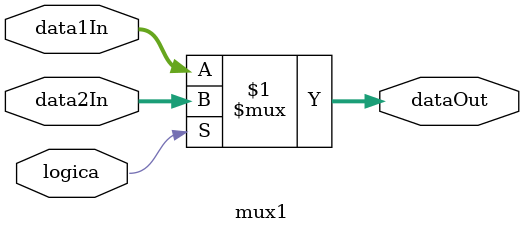
<source format=sv>
module mux1 #(parameter width=64)
    (input logic logica,
     input logic [width-1:0] data1In,data2In,
     output logic [width-1:0] dataOut);

assign dataOut=logica ? data2In : data1In;

endmodule

</source>
